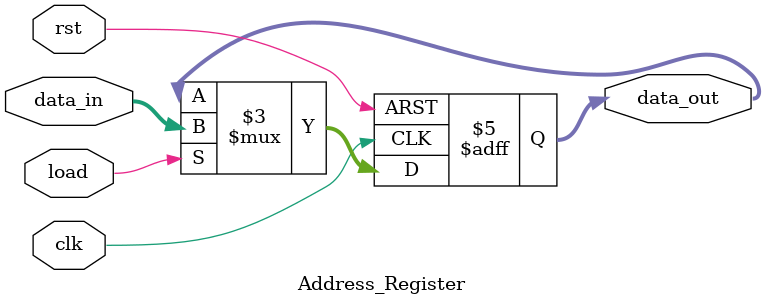
<source format=v>
module Address_Register (data_out, data_in, load, clk, rst);
  parameter word_size = 8;
  output [word_size-1: 0] 	data_out			;
  input 	[word_size-1: 0] 	data_in			;
  input 							load, clk, rst	;
  reg 	[word_size-1: 0]	data_out			;
  
  always @ (posedge clk or negedge rst)
   if (rst == 0) 
		data_out <= 0			; 
	else if (load) 
		data_out <= data_in	;
	 
endmodule 
</source>
